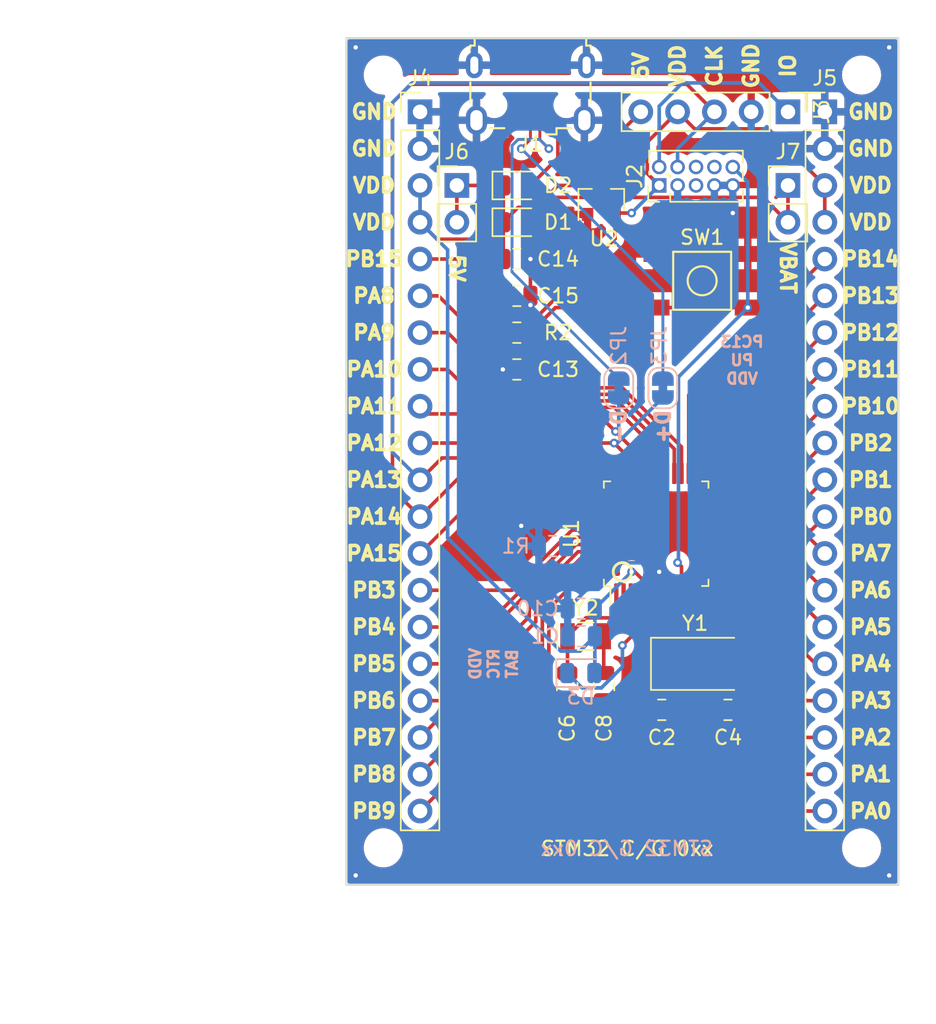
<source format=kicad_pcb>
(kicad_pcb (version 20221018) (generator pcbnew)
  (layers (0 "F.Cu" signal) (31 "B.Cu" signal) (34 "B.Paste" user) (35 "F.Paste" user) (36 "B.SilkS" user "B.Silkscreen") (37 "F.SilkS" user "F.Silkscreen") (38 "B.Mask" user) (39 "F.Mask" user) (44 "Edge.Cuts" user))
  (net 0 "")
  (net 1 "VBAT")
  (net 2 "PC13")
  (net 3 "PC14")
  (net 4 "PC15")
  (net 5 "nSRST")
  (net 6 "VDD")
  (net 7 "PA11")
  (net 8 "PA12")
  (net 9 "PA13")
  (net 10 "GND")
  (net 11 "PB0")
  (net 12 "PB1")
  (net 13 "PB3")
  (net 14 "PB4")
  (net 15 "USB_D+")
  (net 16 "USB_D-")
  (net 18 "BOOT0")
  (net 19 "PB5")
  (net 20 "PB6")
  (net 21 "PF0")
  (net 22 "PF1")
  (net 23 "PA0")
  (net 24 "PA1")
  (net 25 "PA2")
  (net 26 "PA3")
  (net 27 "PA4")
  (net 28 "PA5")
  (net 29 "PA6")
  (net 30 "PA7")
  (net 31 "PB10")
  (net 32 "PB11")
  (net 33 "PB12")
  (net 34 "PB13")
  (net 35 "PB14")
  (net 36 "PB15")
  (net 37 "PA8")
  (net 38 "PA9")
  (net 39 "PA10")
  (net 40 "PA14")
  (net 41 "PA15")
  (net 42 "PB7")
  (net 43 "PB8")
  (net 44 "PB9")
  (net 45 "VUSB")
  (net 46 "5V")
  (net 47 "PB2")
  (net 48 "VRTCBAT")
  (footprint "Connector_PinHeader_2.54mm:PinHeader_1x20_P2.54mm_Vertical" (layer "F.Cu") (at 137.16 55.88)
    (fp_text reference "J4")
    (fp_text value "Conn_01x20_Male")
  )
  (footprint "Connector_PinHeader_2.54mm:PinHeader_1x20_P2.54mm_Vertical" (layer "F.Cu") (at 165.1 55.88)
    (fp_text reference "J5")
    (fp_text value "Conn_01x20_Male")
  )
  (footprint "Package_TO_SOT_SMD:SOT-23" (layer "F.Cu") (at 149.672 61.96 90)
    (fp_text reference "U2")
    (fp_text value "MCP1700-3302E_SOT23")
  )
  (footprint "Diode_SMD:D_0805_2012Metric" (layer "F.Cu") (at 143.842 63.5)
    (fp_text reference "D1")
    (fp_text value "D_Schottky")
  )
  (footprint "Diode_SMD:D_0805_2012Metric" (layer "F.Cu") (at 143.842 60.96)
    (fp_text reference "D2")
    (fp_text value "D_Schottky")
  )
  (footprint "Connector_PinHeader_2.54mm:PinHeader_1x05_P2.54mm_Vertical" (layer "F.Cu") (at 162.56 55.88 -90)
    (fp_text reference "J3")
    (fp_text value "Conn_01x05_Male")
  )
  (footprint "Connector_PinHeader_2.54mm:PinHeader_1x02_P2.54mm_Vertical" (layer "F.Cu") (at 162.56 60.96)
    (fp_text reference "J7")
    (fp_text value "Conn_01x02")
  )
  (footprint "Connector_PinHeader_2.54mm:PinHeader_1x02_P2.54mm_Vertical" (layer "F.Cu") (at 139.7 60.96)
    (fp_text reference "J6")
    (fp_text value "Conn_01x02")
  )
  (footprint "Resistor_SMD:R_0805_2012Metric" (layer "F.Cu") (at 143.842 71.12)
    (fp_text reference "R2")
    (fp_text value "R_Small")
  )
  (footprint "Capacitor_SMD:C_0805_2012Metric" (layer "F.Cu") (at 143.842 73.66)
    (fp_text reference "C13")
    (fp_text value "C_Small")
  )
  (footprint "Connector_PinHeader_1.27mm:PinHeader_2x05_P1.27mm_Vertical" (layer "F.Cu") (at 153.67 60.96 90)
    (fp_text reference "J2")
    (fp_text value "Conn_02x05_Odd_Even")
  )
  (footprint "lib:TS-1187" (layer "F.Cu") (at 156.635 67.54 180)
    (fp_text reference "SW1")
    (fp_text value "SW_Push")
  )
  (footprint "Capacitor_SMD:C_0805_2012Metric" (layer "F.Cu") (at 143.842 68.58 180)
    (fp_text reference "C15")
    (fp_text value "C_Small")
  )
  (footprint "Capacitor_SMD:C_0805_2012Metric" (layer "F.Cu") (at 143.842 66.04 180)
    (fp_text reference "C14")
    (fp_text value "C_Small")
  )
  (footprint "Capacitor_SMD:C_0805_2012Metric" (layer "F.Cu") (at 158.4175 97.155 180)
    (fp_text reference "C4")
    (fp_text value "C")
  )
  (footprint "Capacitor_SMD:C_0805_2012Metric" (layer "F.Cu") (at 147.32 95.5525 -90)
    (fp_text reference "C6")
    (fp_text value "C")
  )
  (footprint "Capacitor_SMD:C_0805_2012Metric" (layer "F.Cu") (at 149.86 95.5525 -90)
    (fp_text reference "C8")
    (fp_text value "C")
  )
  (footprint "Capacitor_SMD:C_0805_2012Metric" (layer "F.Cu") (at 153.8455 97.155)
    (fp_text reference "C2")
    (fp_text value "C")
  )
  (footprint "MountingHole:MountingHole_2.2mm_M2_ISO7380" (layer "F.Cu") (at 134.62 106.68)
    (fp_text reference "H2" hide)
    (fp_text value "MountingHole")
  )
  (footprint "MountingHole:MountingHole_2.2mm_M2_ISO7380" (layer "F.Cu") (at 167.64 53.34)
    (fp_text reference "H3" hide)
    (fp_text value "MountingHole")
  )
  (footprint "MountingHole:MountingHole_2.2mm_M2_ISO7380" (layer "F.Cu") (at 134.62 53.34)
    (fp_text reference "H1" hide)
    (fp_text value "MountingHole")
  )
  (footprint "MountingHole:MountingHole_2.2mm_M2_ISO7380" (layer "F.Cu") (at 167.64 106.68)
    (fp_text reference "H4" hide)
    (fp_text value "MountingHole")
  )
  (footprint "Crystal:Crystal_SMD_EuroQuartz_EQ161-2Pin_3.2x1.5mm" (layer "F.Cu") (at 148.59 92.075)
    (fp_text reference "Y2")
    (fp_text value "32KHz, 4pF")
  )
  (footprint "Crystal:Crystal_SMD_5032-2Pin_5.0x3.2mm" (layer "F.Cu") (at 156.15 93.98)
    (fp_text reference "Y1")
    (fp_text value "8MHz, 20pF")
  )
  (footprint "Connector_USB:USB_Micro-B_Wuerth_629105150521" (layer "F.Cu") (at 144.78 54.61 180)
    (fp_text reference "J1")
    (fp_text value "USB_B_Micro")
  )
  (footprint "Package_QFP:LQFP-48_7x7mm_P0.5mm" (layer "F.Cu") (at 153.46 84.995 90)
    (fp_text reference "U1")
    (fp_text value "STM32GxxxCxTx")
  )
  (footprint "Jumper:SolderJumper-2_P1.3mm_Bridged_RoundedPad1.0x1.5mm" (layer "B.Cu") (at 153.924 74.945 -90)
    (fp_text reference "JP3")
    (fp_text value "SolderJumper_2_Bridged")
  )
  (footprint "Jumper:SolderJumper-2_P1.3mm_Bridged_RoundedPad1.0x1.5mm" (layer "B.Cu") (at 150.876 74.945 -90)
    (fp_text reference "JP2")
    (fp_text value "SolderJumper_2_Bridged")
  )
  (footprint "Resistor_SMD:R_0805_2012Metric" (layer "B.Cu") (at 146.304 85.852)
    (fp_text reference "R1")
    (fp_text value "10K")
  )
  (footprint "Capacitor_SMD:C_0805_2012Metric" (layer "B.Cu") (at 148.2875 92.075 180)
    (fp_text reference "C1")
    (fp_text value "1u")
  )
  (footprint "Capacitor_SMD:C_0805_2012Metric" (layer "B.Cu") (at 148.2875 90.17 180)
    (fp_text reference "C10")
    (fp_text value "100n")
  )
  (footprint "Diode_SMD:D_0805_2012Metric" (layer "B.Cu") (at 148.2575 94.615)
    (fp_text reference "D3")
    (fp_text value "D_Schottky")
  )
  (gr_circle (center 151.13 87.63) (end 151.13 88.265) (stroke (width 0.2)) (fill none) (layer "F.SilkS"))
  (gr_line (start 132.08 109.22) (end 132.08 50.8) (stroke (width 0.15)) (layer "Edge.Cuts"))
  (gr_line (start 170.18 109.22) (end 132.08 109.22) (stroke (width 0.15)) (layer "Edge.Cuts"))
  (gr_line (start 170.18 50.8) (end 170.18 109.22) (stroke (width 0.15)) (layer "Edge.Cuts"))
  (gr_line (start 132.08 50.8) (end 170.18 50.8) (stroke (width 0.15)) (layer "Edge.Cuts"))
  (gr_text "PU" (at 159.385 73.025) (layer "B.SilkS") (effects (font (size 0.75 0.75) (thickness 0.1875)) (justify mirror)))
  (gr_text "PC13" (at 159.385 71.755) (layer "B.SilkS") (effects (font (size 0.75 0.75) (thickness 0.1875)) (justify mirror)))
  (gr_text "BAT" (at 143.51 93.98 90) (layer "B.SilkS") (effects (font (size 0.75 0.75) (thickness 0.1875)) (justify mirror)))
  (gr_text "RTC" (at 142.24 93.98 90) (layer "B.SilkS") (effects (font (size 0.75 0.75) (thickness 0.1875)) (justify mirror)))
  (gr_text "D+" (at 153.924 77.597 90) (layer "B.SilkS") (effects (font (size 1 1) (thickness 0.25)) (justify mirror)))
  (gr_text "STM32 G/C 0xx" (at 157.48 107.315) (layer "B.SilkS") (effects (font (size 1 1)) (justify left bottom mirror)))
  (gr_text "VDD" (at 159.385 74.295) (layer "B.SilkS") (effects (font (size 0.75 0.75) (thickness 0.1875)) (justify mirror)))
  (gr_text "D-" (at 150.876 77.597 90) (layer "B.SilkS") (effects (font (size 1 1) (thickness 0.25)) (justify mirror)))
  (gr_text "VDD" (at 140.97 93.98 90) (layer "B.SilkS") (effects (font (size 0.75 0.75) (thickness 0.1875)) (justify mirror)))
  (gr_text "PB8" (at 133.985 101.6) (layer "F.SilkS") (effects (font (size 1 1) (thickness 0.25))))
  (gr_text "VDD" (at 154.94 52.705 90) (layer "F.SilkS") (effects (font (size 1 1) (thickness 0.25))))
  (gr_text "GND" (at 160.02 52.705 90) (layer "F.SilkS") (effects (font (size 1 1) (thickness 0.25))))
  (gr_text "CLK" (at 157.48 52.705 90) (layer "F.SilkS") (effects (font (size 1 1) (thickness 0.25))))
  (gr_text "IO" (at 162.56 52.705 90) (layer "F.SilkS") (effects (font (size 1 1) (thickness 0.25))))
  (gr_text "PB7" (at 133.985 99.06) (layer "F.SilkS") (effects (font (size 1 1) (thickness 0.25))))
  (gr_text "PB6" (at 133.985 96.52) (layer "F.SilkS") (effects (font (size 1 1) (thickness 0.25))))
  (gr_text "PB4" (at 133.985 91.44) (layer "F.SilkS") (effects (font (size 1 1) (thickness 0.25))))
  (gr_text "PB5" (at 133.985 93.98) (layer "F.SilkS") (effects (font (size 1 1) (thickness 0.25))))
  (gr_text "PA11" (at 133.985 76.2) (layer "F.SilkS") (effects (font (size 1 1) (thickness 0.25))))
  (gr_text "PB3" (at 133.985 88.9) (layer "F.SilkS") (effects (font (size 1 1) (thickness 0.25))))
  (gr_text "PA14" (at 133.985 83.82) (layer "F.SilkS") (effects (font (size 1 1) (thickness 0.25))))
  (gr_text "PA15" (at 133.985 86.36) (layer "F.SilkS") (effects (font (size 1 1) (thickness 0.25))))
  (gr_text "PA12" (at 133.985 78.74) (layer "F.SilkS") (effects (font (size 1 1) (thickness 0.25))))
  (gr_text "PA13" (at 133.985 81.28) (layer "F.SilkS") (effects (font (size 1 1) (thickness 0.25))))
  (gr_text "PB15" (at 133.985 66.04) (layer "F.SilkS") (effects (font (size 1 1) (thickness 0.25))))
  (gr_text "PA9" (at 133.985 71.12) (layer "F.SilkS") (effects (font (size 1 1) (thickness 0.25))))
  (gr_text "PA8" (at 133.985 68.58) (layer "F.SilkS") (effects (font (size 1 1) (thickness 0.25))))
  (gr_text "PA10" (at 133.985 73.66) (layer "F.SilkS") (effects (font (size 1 1) (thickness 0.25))))
  (gr_text "PB10" (at 168.275 76.2) (layer "F.SilkS") (effects (font (size 1 1) (thickness 0.25))))
  (gr_text "PB14" (at 168.275 66.04) (layer "F.SilkS") (effects (font (size 1 1) (thickness 0.25))))
  (gr_text "PB1" (at 168.275 81.28) (layer "F.SilkS") (effects (font (size 1 1) (thickness 0.25))))
  (gr_text "PA6" (at 168.275 88.9) (layer "F.SilkS") (effects (font (size 1 1) (thickness 0.25))))
  (gr_text "PA5" (at 168.275 91.44) (layer "F.SilkS") (effects (font (size 1 1) (thickness 0.25))))
  (gr_text "PB11" (at 168.275 73.66) (layer "F.SilkS") (effects (font (size 1 1) (thickness 0.25))))
  (gr_text "PA2" (at 168.275 99.06) (layer "F.SilkS") (effects (font (size 1 1) (thickness 0.25))))
  (gr_text "PB13" (at 168.275 68.58) (layer "F.SilkS") (effects (font (size 1 1) (thickness 0.25))))
  (gr_text "PA7" (at 168.275 86.36) (layer "F.SilkS") (effects (font (size 1 1) (thickness 0.25))))
  (gr_text "PA1" (at 168.275 101.6) (layer "F.SilkS") (effects (font (size 1 1) (thickness 0.25))))
  (gr_text "PB2" (at 168.275 78.74) (layer "F.SilkS") (effects (font (size 1 1) (thickness 0.25))))
  (gr_text "PA4" (at 168.275 93.98) (layer "F.SilkS") (effects (font (size 1 1) (thickness 0.25))))
  (gr_text "PA3" (at 168.275 96.52) (layer "F.SilkS") (effects (font (size 1 1) (thickness 0.25))))
  (gr_text "PB12" (at 168.275 71.12) (layer "F.SilkS") (effects (font (size 1 1) (thickness 0.25))))
  (gr_text "PB0" (at 168.275 83.82) (layer "F.SilkS") (effects (font (size 1 1) (thickness 0.25))))
  (gr_text "PA0" (at 168.275 104.14) (layer "F.SilkS") (effects (font (size 1 1) (thickness 0.25))))
  (gr_text "VDD" (at 168.275 63.5) (layer "F.SilkS") (effects (font (size 1 1) (thickness 0.25))))
  (gr_text "VDD" (at 168.275 60.96) (layer "F.SilkS") (effects (font (size 1 1) (thickness 0.25))))
  (gr_text "GND" (at 168.275 58.42) (layer "F.SilkS") (effects (font (size 1 1) (thickness 0.25))))
  (gr_text "GND" (at 168.275 55.88) (layer "F.SilkS") (effects (font (size 1 1) (thickness 0.25))))
  (gr_text "VDD" (at 133.985 63.5) (layer "F.SilkS") (effects (font (size 1 1) (thickness 0.25))))
  (gr_text "GND" (at 133.985 58.42) (layer "F.SilkS") (effects (font (size 1 1) (thickness 0.25))))
  (gr_text "GND" (at 133.985 55.88) (layer "F.SilkS") (effects (font (size 1 1) (thickness 0.25))))
  (gr_text "VDD" (at 133.985 60.96) (layer "F.SilkS") (effects (font (size 1 1) (thickness 0.25))))
  (gr_text "5V" (at 139.7 66.675 270) (layer "F.SilkS") (effects (font (size 1 1) (thickness 0.25))))
  (gr_text "VBAT" (at 162.56 66.675 270) (layer "F.SilkS") (effects (font (size 1 1) (thickness 0.25))))
  (gr_text "STM32 C/G 0xx" (at 145.415 107.315) (layer "F.SilkS") (effects (font (size 1 1)) (justify left bottom)))
  (gr_text "PB9" (at 133.985 104.14) (layer "F.SilkS") (effects (font (size 1 1) (thickness 0.25))))
  (gr_text "5V" (at 152.4 52.705 90) (layer "F.SilkS") (effects (font (size 1 1) (thickness 0.25))))
  (segment (start 146.4945 61.785) (end 144.7795 63.5) (width 0.25) (layer "F.Cu") (net 1))
  (segment (start 162.56 60.96) (end 162.56 63.5) (width 0.25) (layer "F.Cu") (net 1))
  (segment (start 158.115 61.785) (end 146.4945 61.785) (width 0.25) (layer "F.Cu") (net 1))
  (segment (start 160.845 61.785) (end 158.115 61.785) (width 0.25) (layer "F.Cu") (net 1))
  (segment (start 162.56 60.96) (end 161.735 61.785) (width 0.25) (layer "F.Cu") (net 1))
  (segment (start 162.56 63.5) (end 160.845 61.785) (width 0.25) (layer "F.Cu") (net 1))
  (segment (start 147.34 92.075) (end 147.34 94.595) (width 0.25) (layer "F.Cu") (net 3))
  (segment (start 151.21 89.1575) (end 151.21 89.960685) (width 0.25) (layer "F.Cu") (net 3))
  (segment (start 148.61 90.805) (end 147.34 92.075) (width 0.25) (layer "F.Cu") (net 3))
  (segment (start 150.365685 90.805) (end 148.61 90.805) (width 0.25) (layer "F.Cu") (net 3))
  (segment (start 147.34 94.595) (end 147.32 94.615) (width 0.25) (layer "F.Cu") (net 3))
  (segment (start 151.21 89.960685) (end 150.365685 90.805) (width 0.25) (layer "F.Cu") (net 3))
  (segment (start 149.84 94.595) (end 149.84 92.075) (width 0.25) (layer "F.Cu") (net 4))
  (segment (start 149.86 94.615) (end 149.84 94.595) (width 0.25) (layer "F.Cu") (net 4))
  (segment (start 149.84 92.075) (end 151.735 90.18) (width 0.25) (layer "F.Cu") (net 4))
  (segment (start 151.735 90.18) (end 151.735 89.565) (width 0.25) (layer "F.Cu") (net 4))
  (segment (start 144.7795 71.12) (end 146.5095 69.39) (width 0.25) (layer "F.Cu") (net 5))
  (segment (start 155.21 89.1575) (end 155.21 87.265) (width 0.25) (layer "F.Cu") (net 5))
  (segment (start 153.485 69.39) (end 159.785 69.39) (width 0.25) (layer "F.Cu") (net 5))
  (segment (start 144.7795 73.66) (end 144.7795 71.12) (width 0.25) (layer "F.Cu") (net 5))
  (segment (start 146.5095 69.39) (end 153.485 69.39) (width 0.25) (layer "F.Cu") (net 5))
  (segment (start 155.21 87.265) (end 154.94 86.995) (width 0.25) (layer "F.Cu") (net 5))
  (via (at 159.785 69.39) (size 0.6) (drill 0.3) (layers "F.Cu" "B.Cu") (net 5))
  (via (at 154.94 86.995) (size 0.6) (drill 0.3) (layers "F.Cu" "B.Cu") (net 5))
  (segment (start 159.785 60.725) (end 159.785 69.39) (width 0.25) (layer "B.Cu") (net 5))
  (segment (start 154.999 86.936) (end 154.999 74.176) (width 0.25) (layer "B.Cu") (net 5))
  (segment (start 158.75 59.69) (end 159.785 60.725) (width 0.25) (layer "B.Cu") (net 5))
  (segment (start 154.999 74.176) (end 159.785 69.39) (width 0.25) (layer "B.Cu") (net 5))
  (segment (start 154.94 86.995) (end 154.999 86.936) (width 0.25) (layer "B.Cu") (net 5))
  (segment (start 142.055 67.7305) (end 142.055 65.855001) (width 0.25) (layer "F.Cu") (net 6))
  (segment (start 142.055 65.855001) (end 140.874999 64.675) (width 0.25) (layer "F.Cu") (net 6))
  (segment (start 152.71 88.354315) (end 151.985685 87.63) (width 0.25) (layer "F.Cu") (net 6))
  (segment (start 142.9045 71.12) (end 142.9045 68.58) (width 0.25) (layer "F.Cu") (net 6))
  (segment (start 140.874999 64.675) (end 138.335 64.675) (width 0.25) (layer "F.Cu") (net 6))
  (segment (start 153.21 89.1575) (end 152.71 89.1575) (width 0.25) (layer "F.Cu") (net 6))
  (segment (start 151.985685 87.63) (end 151.765 87.63) (width 0.25) (layer "F.Cu") (net 6))
  (segment (start 165.1 60.96) (end 165.1 63.5) (width 0.25) (layer "F.Cu") (net 6))
  (segment (start 154.94 55.88) (end 152.845 57.975) (width 0.25) (layer "F.Cu") (net 6))
  (segment (start 156.115 57.055) (end 154.94 55.88) (width 0.25) (layer "F.Cu") (net 6))
  (segment (start 150.717 62.865) (end 150.622 62.96) (width 0.25) (layer "F.Cu") (net 6))
  (segment (start 138.335 64.675) (end 137.16 63.5) (width 0.25) (layer "F.Cu") (net 6))
  (segment (start 165.1 60.96) (end 161.195 57.055) (width 0.25) (layer "F.Cu") (net 6))
  (segment (start 143.9295 70.095) (end 145.168104 70.095) (width 0.25) (layer "F.Cu") (net 6))
  (segment (start 142.9045 71.12) (end 143.9295 70.095) (width 0.25) (layer "F.Cu") (net 6))
  (segment (start 142.9045 68.58) (end 142.055 67.7305) (width 0.25) (layer "F.Cu") (net 6))
  (segment (start 152.71 89.1575) (end 152.71 88.354315) (width 0.25) (layer "F.Cu") (net 6))
  (segment (start 145.168104 70.095) (end 150.622 64.641104) (width 0.25) (layer "F.Cu") (net 6))
  (segment (start 150.622 64.641104) (end 150.622 62.96) (width 0.25) (layer "F.Cu") (net 6))
  (segment (start 152.845 57.975) (end 152.845 60.135) (width 0.25) (layer "F.Cu") (net 6))
  (segment (start 151.765 62.865) (end 150.717 62.865) (width 0.25) (layer "F.Cu") (net 6))
  (segment (start 152.845 60.135) (end 153.67 60.96) (width 0.25) (layer "F.Cu") (net 6))
  (segment (start 161.195 57.055) (end 156.115 57.055) (width 0.25) (layer "F.Cu") (net 6))
  (via (at 151.765 87.63) (size 0.6) (drill 0.3) (layers "F.Cu" "B.Cu") (net 6))
  (via (at 151.765 62.865) (size 0.6) (drill 0.3) (layers "F.Cu" "B.Cu") (net 6))
  (segment (start 149.225 92.075) (end 148.2 93.1) (width 0.25) (layer "B.Cu") (net 6))
  (segment (start 137.16 63.5) (end 137.16 60.96) (width 0.25) (layer "B.Cu") (net 6))
  (segment (start 149.225 94.585) (end 149.195 94.615) (width 0.25) (layer "B.Cu") (net 6))
  (segment (start 139.065 65.405) (end 139.065 85.09) (width 0.25) (layer "B.Cu") (net 6))
  (segment (start 139.065 85.294334) (end 139.065 85.09) (width 0.25) (layer "B.Cu") (net 6))
  (segment (start 153.67 60.96) (end 151.765 62.865) (width 0.25) (layer "B.Cu") (net 6))
  (segment (start 149.225 92.075) (end 149.225 90.17) (width 0.25) (layer "B.Cu") (net 6))
  (segment (start 148.2 93.1) (end 146.870666 93.1) (width 0.25) (layer "B.Cu") (net 6))
  (segment (start 151.765 87.63) (end 149.225 90.17) (width 0.25) (layer "B.Cu") (net 6))
  (segment (start 146.870666 93.1) (end 139.065 85.294334) (width 0.25) (layer "B.Cu") (net 6))
  (segment (start 137.16 63.5) (end 139.065 65.405) (width 0.25) (layer "B.Cu") (net 6))
  (segment (start 149.225 92.075) (end 149.225 94.585) (width 0.25) (layer "B.Cu") (net 6))
  (segment (start 152.21 79.509035) (end 149.430965 76.73) (width 0.25) (layer "F.Cu") (net 7))
  (segment (start 152.21 80.8325) (end 152.21 79.509035) (width 0.25) (layer "F.Cu") (net 7))
  (segment (start 137.69 76.73) (end 137.16 76.2) (width 0.25) (layer "F.Cu") (net 7))
  (segment (start 149.430965 76.73) (end 137.69 76.73) (width 0.25) (layer "F.Cu") (net 7))
  (via (at 150.650896 77.94602) (size 0.6) (drill 0.3) (layers "F.Cu" "B.Cu") (net 7))
  (segment (start 150.876 77.720916) (end 150.650896 77.94602) (width 0.25) (layer "B.Cu") (net 7))
  (segment (start 150.876 75.595) (end 150.876 77.720916) (width 0.25) (layer "B.Cu") (net 7))
  (segment (start 151.71 80.8325) (end 151.71 79.892919) (width 0.25) (layer "F.Cu") (net 8))
  (segment (start 150.557081 78.74) (end 137.16 78.74) (width 0.25) (layer "F.Cu") (net 8))
  (segment (start 151.71 79.892919) (end 150.557081 78.74) (width 0.25) (layer "F.Cu") (net 8))
  (via (at 150.557081 78.74) (size 0.6) (drill 0.3) (layers "F.Cu" "B.Cu") (net 8))
  (segment (start 153.924 75.595) (end 150.779 78.74) (width 0.25) (layer "B.Cu") (net 8))
  (segment (start 150.779 78.74) (end 150.557081 78.74) (width 0.25) (layer "B.Cu") (net 8))
  (segment (start 150.950685 79.77) (end 151.21 80.029315) (width 0.25) (layer "F.Cu") (net 9))
  (segment (start 137.16 81.28) (end 138.67 79.77) (width 0.25) (layer "F.Cu") (net 9))
  (segment (start 138.67 79.77) (end 150.950685 79.77) (width 0.25) (layer "F.Cu") (net 9))
  (segment (start 151.21 80.029315) (end 151.21 80.8325) (width 0.25) (layer "F.Cu") (net 9))
  (segment (start 135.255 79.375) (end 137.16 81.28) (width 0.25) (layer "B.Cu") (net 9))
  (segment (start 162.56 55.88) (end 160.565 53.885) (width 0.25) (layer "B.Cu") (net 9))
  (segment (start 160.565 53.885) (end 155.575 53.885) (width 0.25) (layer "B.Cu") (net 9))
  (segment (start 153.67 55.488299) (end 155.273299 53.885) (width 0.25) (layer "B.Cu") (net 9))
  (segment (start 153.67 59.69) (end 153.67 55.488299) (width 0.25) (layer "B.Cu") (net 9))
  (segment (start 135.255 55.245) (end 135.255 79.375) (width 0.25) (layer "B.Cu") (net 9))
  (segment (start 155.273299 53.885) (end 155.575 53.885) (width 0.25) (layer "B.Cu") (net 9))
  (segment (start 136.615 53.885) (end 135.255 55.245) (width 0.25) (layer "B.Cu") (net 9))
  (segment (start 155.575 53.885) (end 136.615 53.885) (width 0.25) (layer "B.Cu") (net 9))
  (segment (start 153.71 87.67) (end 153.71 89.1575) (width 0.25) (layer "F.Cu") (net 10))
  (segment (start 144.7795 66.04) (end 144.7795 68.58) (width 0.25) (layer "F.Cu") (net 10))
  (segment (start 153.67 87.63) (end 153.71 87.67) (width 0.25) (layer "F.Cu") (net 10))
  (segment (start 144.7795 66.04) (end 144.78 66.04) (width 0.25) (layer "F.Cu") (net 10))
  (via (at 144.145 84.455) (size 0.6) (drill 0.3) (layers "F.Cu" "B.Cu") (net 10))
  (via (at 132.715 51.435) (size 0.6) (drill 0.3) (layers "F.Cu" "B.Cu") (net 10))
  (via (at 142.875 73.66) (size 0.6) (drill 0.3) (layers "F.Cu" "B.Cu") (net 10))
  (via (at 169.545 108.585) (size 0.6) (drill 0.3) (layers "F.Cu" "B.Cu") (net 10))
  (via (at 153.67 87.63) (size 0.6) (drill 0.3) (layers "F.Cu" "B.Cu") (net 10))
  (via (at 169.545 51.435) (size 0.6) (drill 0.3) (layers "F.Cu" "B.Cu") (net 10))
  (via (at 158.75 62.865) (size 0.6) (drill 0.3) (layers "F.Cu" "B.Cu") (net 10))
  (via (at 144.78 69.215) (size 0.6) (drill 0.3) (layers "F.Cu" "B.Cu") (net 10))
  (via (at 144.78 66.04) (size 0.6) (drill 0.3) (layers "F.Cu" "B.Cu") (net 10))
  (via (at 132.715 108.585) (size 0.6) (drill 0.3) (layers "F.Cu" "B.Cu") (net 10))
  (segment (start 147.35 90.17) (end 145.3665 88.1865) (width 0.25) (layer "B.Cu") (net 10))
  (segment (start 150.515 87.005) (end 153.045 87.005) (width 0.25) (layer "B.Cu") (net 10))
  (segment (start 153.045 87.005) (end 153.67 87.63) (width 0.25) (layer "B.Cu") (net 10))
  (segment (start 147.35 90.17) (end 150.515 87.005) (width 0.25) (layer "B.Cu") (net 10))
  (segment (start 145.3665 85.6765) (end 144.145 84.455) (width 0.25) (layer "B.Cu") (net 10))
  (segment (start 145.3665 85.852) (end 145.3665 85.6765) (width 0.25) (layer "B.Cu") (net 10))
  (segment (start 147.35 92.075) (end 147.35 90.17) (width 0.25) (layer "B.Cu") (net 10))
  (segment (start 145.3665 88.1865) (end 145.3665 85.852) (width 0.25) (layer "B.Cu") (net 10))
  (segment (start 164.175 84.745) (end 165.1 83.82) (width 0.25) (layer "F.Cu") (net 11))
  (segment (start 157.6225 84.745) (end 164.175 84.745) (width 0.25) (layer "F.Cu") (net 11))
  (segment (start 162.135 84.245) (end 165.1 81.28) (width 0.25) (layer "F.Cu") (net 12))
  (segment (start 157.6225 84.245) (end 162.135 84.245) (width 0.25) (layer "F.Cu") (net 12))
  (segment (start 149.2975 84.745) (end 147.656624 84.745) (width 0.25) (layer "F.Cu") (net 13))
  (segment (start 147.656624 84.745) (end 143.501624 88.9) (width 0.25) (layer "F.Cu") (net 13))
  (segment (start 143.501624 88.9) (end 137.16 88.9) (width 0.25) (layer "F.Cu") (net 13))
  (segment (start 147.79302 85.245) (end 141.59802 91.44) (width 0.25) (layer "F.Cu") (net 14))
  (segment (start 149.2975 85.245) (end 147.79302 85.245) (width 0.25) (layer "F.Cu") (net 14))
  (segment (start 141.59802 91.44) (end 137.16 91.44) (width 0.25) (layer "F.Cu") (net 14))
  (segment (start 144.78 57.785) (end 144.145 58.42) (width 0.2) (layer "F.Cu") (net 15))
  (segment (start 144.78 56.51) (end 144.78 57.785) (width 0.2) (layer "F.Cu") (net 15))
  (via (at 144.145 58.42) (size 0.6) (drill 0.3) (layers "F.Cu" "B.Cu") (net 15))
  (segment (start 144.145 58.42) (end 153.924 68.199) (width 0.2) (layer "B.Cu") (net 15))
  (segment (start 153.924 68.199) (end 153.924 74.295) (width 0.2) (layer "B.Cu") (net 15))
  (segment (start 145.43 57.8) (end 146.05 58.42) (width 0.2) (layer "F.Cu") (net 16))
  (segment (start 145.43 56.51) (end 145.43 57.8) (width 0.2) (layer "F.Cu") (net 16))
  (via (at 146.05 58.42) (size 0.6) (drill 0.3) (layers "F.Cu" "B.Cu") (net 16))
  (segment (start 145.415 57.785) (end 146.05 58.42) (width 0.2) (layer "B.Cu") (net 16))
  (segment (start 143.51 58.206471) (end 143.931471 57.785) (width 0.2) (layer "B.Cu") (net 16))
  (segment (start 143.931471 57.785) (end 145.415 57.785) (width 0.2) (layer "B.Cu") (net 16))
  (segment (start 143.51 66.929) (end 143.51 58.206471) (width 0.2) (layer "B.Cu") (net 16))
  (segment (start 150.876 74.295) (end 143.51 66.929) (width 0.2) (layer "B.Cu") (net 16))
  (segment (start 149.2975 85.745) (end 147.929416 85.745) (width 0.25) (layer "F.Cu") (net 19))
  (segment (start 139.694416 93.98) (end 137.16 93.98) (width 0.25) (layer "F.Cu") (net 19))
  (segment (start 147.929416 85.745) (end 139.694416 93.98) (width 0.25) (layer "F.Cu") (net 19))
  (segment (start 138.905 96.52) (end 137.16 96.52) (width 0.25) (layer "F.Cu") (net 20))
  (segment (start 148.065812 86.245) (end 144.7 89.610812) (width 0.25) (layer "F.Cu") (net 20))
  (segment (start 149.2975 86.245) (end 148.065812 86.245) (width 0.25) (layer "F.Cu") (net 20))
  (segment (start 144.7 89.610812) (end 144.7 90.725) (width 0.25) (layer "F.Cu") (net 20))
  (segment (start 144.7 90.725) (end 138.905 96.52) (width 0.25) (layer "F.Cu") (net 20))
  (segment (start 154.21 93.89) (end 154.21 89.1575) (width 0.25) (layer "F.Cu") (net 21))
  (segment (start 154.3 93.98) (end 154.21 93.89) (width 0.25) (layer "F.Cu") (net 21))
  (segment (start 154.3 95.763) (end 152.908 97.155) (width 0.25) (layer "F.Cu") (net 21))
  (segment (start 154.3 93.98) (end 154.3 95.763) (width 0.25) (layer "F.Cu") (net 21))
  (segment (start 158 93.98) (end 154.71 90.69) (width 0.25) (layer "F.Cu") (net 22))
  (segment (start 158 95.8) (end 159.355 97.155) (width 0.25) (layer "F.Cu") (net 22))
  (segment (start 154.71 90.69) (end 154.71 89.1575) (width 0.25) (layer "F.Cu") (net 22))
  (segment (start 158 93.98) (end 158 95.8) (width 0.25) (layer "F.Cu") (net 22))
  (segment (start 160.655 93.785) (end 160.655 101.6) (width 0.25) (layer "F.Cu") (net 23))
  (segment (start 160.655 101.6) (end 163.195 104.14) (width 0.25) (layer "F.Cu") (net 23))
  (segment (start 157.48 92.075) (end 158.945 92.075) (width 0.25) (layer "F.Cu") (net 23))
  (segment (start 155.71 90.305) (end 157.48 92.075) (width 0.25) (layer "F.Cu") (net 23))
  (segment (start 158.945 92.075) (end 160.655 93.785) (width 0.25) (layer "F.Cu") (net 23))
  (segment (start 155.71 89.1575) (end 155.71 90.305) (width 0.25) (layer "F.Cu") (net 23))
  (segment (start 163.195 104.14) (end 165.1 104.14) (width 0.25) (layer "F.Cu") (net 23))
  (segment (start 161.925 101.6) (end 161.29 100.965) (width 0.25) (layer "F.Cu") (net 24))
  (segment (start 161.29 100.965) (end 161.29 93.345) (width 0.25) (layer "F.Cu") (net 24))
  (segment (start 165.1 101.6) (end 161.925 101.6) (width 0.25) (layer "F.Cu") (net 24))
  (segment (start 158.75 90.805) (end 156.846396 90.805) (width 0.25) (layer "F.Cu") (net 24))
  (segment (start 156.21 90.168604) (end 156.21 89.1575) (width 0.25) (layer "F.Cu") (net 24))
  (segment (start 156.846396 90.805) (end 156.21 90.168604) (width 0.25) (layer "F.Cu") (net 24))
  (segment (start 161.29 93.345) (end 158.75 90.805) (width 0.25) (layer "F.Cu") (net 24))
  (segment (start 165.1 99.06) (end 162.56 99.06) (width 0.25) (layer "F.Cu") (net 25))
  (segment (start 161.925 98.425) (end 161.925 90.805) (width 0.25) (layer "F.Cu") (net 25))
  (segment (start 162.56 99.06) (end 161.925 98.425) (width 0.25) (layer "F.Cu") (net 25))
  (segment (start 161.925 90.805) (end 158.865 87.745) (width 0.25) (layer "F.Cu") (net 25))
  (segment (start 158.865 87.745) (end 157.6225 87.745) (width 0.25) (layer "F.Cu") (net 25))
  (segment (start 162.56 90.803604) (end 162.56 95.25) (width 0.25) (layer "F.Cu") (net 26))
  (segment (start 159.001396 87.245) (end 162.56 90.803604) (width 0.25) (layer "F.Cu") (net 26))
  (segment (start 162.56 95.25) (end 163.83 96.52) (width 0.25) (layer "F.Cu") (net 26))
  (segment (start 163.83 96.52) (end 165.1 96.52) (width 0.25) (layer "F.Cu") (net 26))
  (segment (start 157.6225 87.245) (end 159.001396 87.245) (width 0.25) (layer "F.Cu") (net 26))
  (segment (start 163.01 90.617208) (end 159.137792 86.745) (width 0.25) (layer "F.Cu") (net 27))
  (segment (start 159.137792 86.745) (end 157.6225 86.745) (width 0.25) (layer "F.Cu") (net 27))
  (segment (start 164.465 93.98) (end 163.01 92.525) (width 0.25) (layer "F.Cu") (net 27))
  (segment (start 165.1 93.98) (end 164.465 93.98) (width 0.25) (layer "F.Cu") (net 27))
  (segment (start 163.01 92.525) (end 163.01 90.617208) (width 0.25) (layer "F.Cu") (net 27))
  (segment (start 157.6225 86.245) (end 159.905 86.245) (width 0.25) (layer "F.Cu") (net 28))
  (segment (start 159.905 86.245) (end 165.1 91.44) (width 0.25) (layer "F.Cu") (net 28))
  (segment (start 165.1 88.9) (end 161.945 85.745) (width 0.25) (layer "F.Cu") (net 29))
  (segment (start 161.945 85.745) (end 157.6225 85.745) (width 0.25) (layer "F.Cu") (net 29))
  (segment (start 157.6225 85.245) (end 163.985 85.245) (width 0.25) (layer "F.Cu") (net 30))
  (segment (start 163.985 85.245) (end 165.1 86.36) (width 0.25) (layer "F.Cu") (net 30))
  (segment (start 159.958604 83.245) (end 163.195 80.008604) (width 0.25) (layer "F.Cu") (net 31))
  (segment (start 157.6225 83.245) (end 159.958604 83.245) (width 0.25) (layer "F.Cu") (net 31))
  (segment (start 163.195 80.008604) (end 163.195 78.105) (width 0.25) (layer "F.Cu") (net 31))
  (segment (start 163.195 78.105) (end 165.1 76.2) (width 0.25) (layer "F.Cu") (net 31))
  (segment (start 162.558604 80.008604) (end 162.558604 76.201396) (width 0.25) (layer "F.Cu") (net 32))
  (segment (start 162.558604 76.201396) (end 165.1 73.66) (width 0.25) (layer "F.Cu") (net 32))
  (segment (start 157.6225 82.745) (end 159.822208 82.745) (width 0.25) (layer "F.Cu") (net 32))
  (segment (start 159.822208 82.745) (end 162.558604 80.008604) (width 0.25) (layer "F.Cu") (net 32))
  (segment (start 159.685812 82.245) (end 161.922906 80.007906) (width 0.25) (layer "F.Cu") (net 33))
  (segment (start 161.922906 80.007906) (end 161.922906 74.297094) (width 0.25) (layer "F.Cu") (net 33))
  (segment (start 157.6225 82.245) (end 159.685812 82.245) (width 0.25) (layer "F.Cu") (net 33))
  (segment (start 161.922906 74.297094) (end 165.1 71.12) (width 0.25) (layer "F.Cu") (net 33))
  (segment (start 156.21 77.47) (end 165.1 68.58) (width 0.25) (layer "F.Cu") (net 34))
  (segment (start 156.21 80.8325) (end 156.21 77.47) (width 0.25) (layer "F.Cu") (net 34))
  (segment (start 155.71 75.43) (end 155.71 80.8325) (width 0.25) (layer "F.Cu") (net 35))
  (segment (start 165.1 66.04) (end 155.71 75.43) (width 0.25) (layer "F.Cu") (net 35))
  (segment (start 137.16 66.04) (end 140.97 66.04) (width 0.25) (layer "F.Cu") (net 36))
  (segment (start 140.97 66.04) (end 141.605 66.675) (width 0.25) (layer "F.Cu") (net 36))
  (segment (start 141.605 74.295) (end 142.24 74.93) (width 0.25) (layer "F.Cu") (net 36))
  (segment (start 151.13 74.93) (end 155.21 79.01) (width 0.25) (layer "F.Cu") (net 36))
  (segment (start 155.21 79.01) (end 155.21 80.8325) (width 0.25) (layer "F.Cu") (net 36))
  (segment (start 141.605 66.675) (end 141.605 74.295) (width 0.25) (layer "F.Cu") (net 36))
  (segment (start 142.24 74.93) (end 151.13 74.93) (width 0.25) (layer "F.Cu") (net 36))
  (segment (start 154.71 80.8325) (end 154.71 79.146396) (width 0.25) (layer "F.Cu") (net 37))
  (segment (start 140.97 74.296396) (end 140.97 71.12) (width 0.25) (layer "F.Cu") (net 37))
  (segment (start 138.43 68.58) (end 137.16 68.58) (width 0.25) (layer "F.Cu") (net 37))
  (segment (start 150.943604 75.38) (end 142.053604 75.38) (width 0.25) (layer "F.Cu") (net 37))
  (segment (start 140.97 71.12) (end 138.43 68.58) (width 0.25) (layer "F.Cu") (net 37))
  (segment (start 142.053604 75.38) (end 140.97 74.296396) (width 0.25) (layer "F.Cu") (net 37))
  (segment (start 154.71 79.146396) (end 150.943604 75.38) (width 0.25) (layer "F.Cu") (net 37))
  (segment (start 154.21 79.282792) (end 150.757208 75.83) (width 0.25) (layer "F.Cu") (net 38))
  (segment (start 150.757208 75.83) (end 141.867208 75.83) (width 0.25) (layer "F.Cu") (net 38))
  (segment (start 140.335 72.39) (end 139.065 71.12) (width 0.25) (layer "F.Cu") (net 38))
  (segment (start 154.21 80.8325) (end 154.21 79.282792) (width 0.25) (layer "F.Cu") (net 38))
  (segment (start 140.335 74.297792) (end 140.335 72.39) (width 0.25) (layer "F.Cu") (net 38))
  (segment (start 139.065 71.12) (end 137.16 71.12) (width 0.25) (layer "F.Cu") (net 38))
  (segment (start 141.867208 75.83) (end 140.335 74.297792) (width 0.25) (layer "F.Cu") (net 38))
  (segment (start 152.71 80.8325) (end 152.71 78.419188) (width 0.25) (layer "F.Cu") (net 39))
  (segment (start 139.060812 73.66) (end 137.16 73.66) (width 0.25) (layer "F.Cu") (net 39))
  (segment (start 141.680812 76.28) (end 139.060812 73.66) (width 0.25) (layer "F.Cu") (net 39))
  (segment (start 152.71 78.419188) (end 150.570812 76.28) (width 0.25) (layer "F.Cu") (net 39))
  (segment (start 150.570812 76.28) (end 141.680812 76.28) (width 0.25) (layer "F.Cu") (net 39))
  (segment (start 150.71 80.8325) (end 140.1475 80.8325) (width 0.25) (layer "F.Cu") (net 40))
  (segment (start 155.575 53.975) (end 157.48 55.88) (width 0.25) (layer "F.Cu") (net 40))
  (segment (start 135.255 81.915) (end 135.255 55.245) (width 0.25) (layer "F.Cu") (net 40))
  (segment (start 137.16 83.82) (end 135.255 81.915) (width 0.25) (layer "F.Cu") (net 40))
  (segment (start 135.255 55.245) (end 136.525 53.975) (width 0.25) (layer "F.Cu") (net 40))
  (segment (start 140.1475 80.8325) (end 137.16 83.82) (width 0.25) (layer "F.Cu") (net 40))
  (segment (start 136.525 53.975) (end 155.575 53.975) (width 0.25) (layer "F.Cu") (net 40))
  (segment (start 154.94 59.69) (end 154.94 58.42) (width 0.25) (layer "B.Cu") (net 40))
  (segment (start 154.94 58.42) (end 157.48 55.88) (width 0.25) (layer "B.Cu") (net 40))
  (segment (start 141.275 82.245) (end 149.2975 82.245) (width 0.25) (layer "F.Cu") (net 41))
  (segment (start 137.16 86.36) (end 141.275 82.245) (width 0.25) (layer "F.Cu") (net 41))
  (segment (start 149.2975 86.745) (end 148.202208 86.745) (width 0.25) (layer "F.Cu") (net 42))
  (segment (start 145.15 91.07) (end 137.16 99.06) (width 0.25) (layer "F.Cu") (net 42))
  (segment (start 145.15 89.797208) (end 145.15 91.07) (width 0.25) (layer "F.Cu") (net 42))
  (segment (start 148.202208 86.745) (end 145.15 89.797208) (width 0.25) (layer "F.Cu") (net 42))
  (segment (start 148.338604 87.245) (end 145.6 89.983604) (width 0.25) (layer "F.Cu") (net 43))
  (segment (start 145.6 89.983604) (end 145.6 93.16) (width 0.25) (layer "F.Cu") (net 43))
  (segment (start 145.6 93.16) (end 137.16 101.6) (width 0.25) (layer "F.Cu") (net 43))
  (segment (start 149.2975 87.245) (end 148.338604 87.245) (width 0.25) (layer "F.Cu") (net 43))
  (segment (start 146.05 90.17) (end 148.475 87.745) (width 0.25) (layer "F.Cu") (net 44))
  (segment (start 148.475 87.745) (end 149.2975 87.745) (width 0.25) (layer "F.Cu") (net 44))
  (segment (start 146.05 95.25) (end 146.05 90.17) (width 0.25) (layer "F.Cu") (net 44))
  (segment (start 137.16 104.14) (end 146.05 95.25) (width 0.25) (layer "F.Cu") (net 44))
  (segment (start 144.7795 60.96) (end 146.675 59.0645) (width 0.25) (layer "F.Cu") (net 45))
  (segment (start 146.675 57.105) (end 146.08 56.51) (width 0.25) (layer "F.Cu") (net 45))
  (segment (start 146.675 59.0645) (end 146.675 57.105) (width 0.25) (layer "F.Cu") (net 45))
  (segment (start 146.683104 60.96) (end 149.672 60.96) (width 0.25) (layer "F.Cu") (net 46))
  (segment (start 145.168104 62.475) (end 146.683104 60.96) (width 0.25) (layer "F.Cu") (net 46))
  (segment (start 139.7 60.96) (end 142.9045 60.96) (width 0.25) (layer "F.Cu") (net 46))
  (segment (start 149.672 58.608) (end 152.4 55.88) (width 0.25) (layer "F.Cu") (net 46))
  (segment (start 143.9295 62.475) (end 145.168104 62.475) (width 0.25) (layer "F.Cu") (net 46))
  (segment (start 139.7 63.5) (end 139.7 60.96) (width 0.25) (layer "F.Cu") (net 46))
  (segment (start 149.672 60.96) (end 149.672 58.608) (width 0.25) (layer "F.Cu") (net 46))
  (segment (start 142.9045 63.5) (end 143.9295 62.475) (width 0.25) (layer "F.Cu") (net 46))
  (segment (start 142.9045 60.96) (end 142.9045 66.04) (width 0.25) (layer "F.Cu") (net 46))
  (segment (start 160.095 83.745) (end 165.1 78.74) (width 0.25) (layer "F.Cu") (net 47))
  (segment (start 157.6225 83.745) (end 160.095 83.745) (width 0.25) (layer "F.Cu") (net 47))
  (segment (start 151.13 92.71) (end 152.21 91.63) (width 0.25) (layer "F.Cu") (net 48))
  (segment (start 152.21 91.63) (end 152.21 89.1575) (width 0.25) (layer "F.Cu") (net 48))
  (via (at 151.13 92.71) (size 0.6) (drill 0.3) (layers "F.Cu" "B.Cu") (net 48))
  (segment (start 149.674334 95.64) (end 151.13 94.184334) (width 0.25) (layer "B.Cu") (net 48))
  (segment (start 147.32 94.615) (end 148.345 95.64) (width 0.25) (layer "B.Cu") (net 48))
  (segment (start 148.345 95.64) (end 149.674334 95.64) (width 0.25) (layer "B.Cu") (net 48))
  (segment (start 151.13 94.184334) (end 151.13 92.71) (width 0.25) (layer "B.Cu") (net 48))
  (zone (net 10) (net_name "GND") (layer "F.Cu") (connect_pads (clearance 0.508)) (min_thickness 0.254) (fill yes (thermal_gap 0.508) (thermal_bridge_width 0.508))
    (polygon (pts (xy 132.08 50.8) (xy 170.18 50.8) (xy 170.18 109.22) (xy 132.08 109.22)))
  )
  (zone (net 10) (net_name "GND") (layer "B.Cu") (connect_pads (clearance 0.508)) (min_thickness 0.254) (fill yes (thermal_gap 0.508) (thermal_bridge_width 0.508))
    (polygon (pts (xy 132.08 50.8) (xy 170.18 50.8) (xy 170.18 109.22) (xy 132.08 109.22)))
  )
)
</source>
